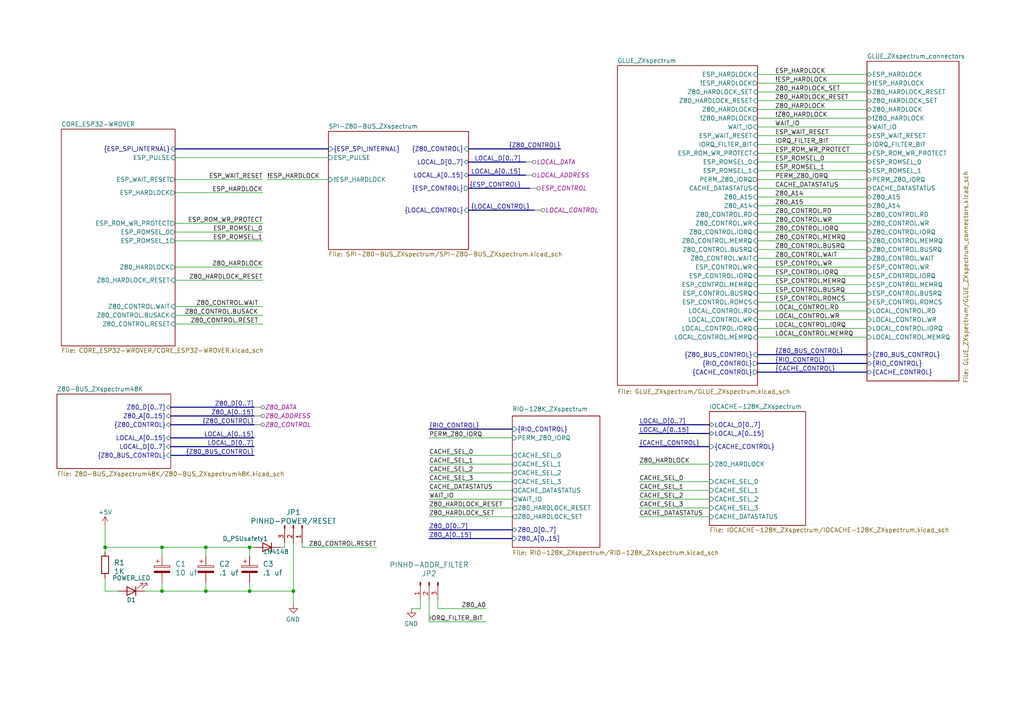
<source format=kicad_sch>
(kicad_sch (version 20230121) (generator eeschema)
  (paper "A4")
  (title_block (title "FujiNet Z80Bus reference design") (date "2023-05-13") (rev "0.1") (company "FujiNet"))
  (lib_symbols
    (symbol "Connector:Conn_01x03_Pin" (pin_names (offset 1.016) hide)
      (property "Reference" "J" (at 0 5.08 0))
      (property "Value" "Conn_01x03_Pin" (at 0 -5.08 0))
      (symbol "Conn_01x03_Pin_1_1"
        (polyline (pts (xy 1.27 -2.54) (xy 0.8636 -2.54)) (stroke (width 0.1524)))
        (polyline (pts (xy 1.27 0) (xy 0.8636 0)) (stroke (width 0.1524)))
        (polyline (pts (xy 1.27 2.54) (xy 0.8636 2.54)) (stroke (width 0.1524)))
        (rectangle (start 0.8636 -2.413) (end 0 -2.667) (stroke (width 0.1524)) (fill (type outline)))
        (rectangle (start 0.8636 0.127) (end 0 -0.127) (stroke (width 0.1524)) (fill (type outline)))
        (rectangle (start 0.8636 2.667) (end 0 2.413) (stroke (width 0.1524)) (fill (type outline)))
        (pin passive line (at 5.08 2.54 180) (length 3.81) (name "Pin_1") (number "1"))
        (pin passive line (at 5.08 0 180) (length 3.81) (name "Pin_2") (number "2"))
        (pin passive line (at 5.08 -2.54 180) (length 3.81) (name "Pin_3") (number "3"))
      )
    )
    (symbol "Device:C_Polarized" (pin_numbers hide) (pin_names (offset 0.254))
      (property "Reference" "C" (at 0.635 2.54 0))
      (property "Value" "C_Polarized" (at 0.635 -2.54 0))
      (symbol "C_Polarized_0_1"
        (rectangle (start -2.286 0.508) (end 2.286 1.016))
        (polyline (pts (xy -1.778 2.286) (xy -0.762 2.286)))
        (polyline (pts (xy -1.27 2.794) (xy -1.27 1.778)))
        (rectangle (start 2.286 -0.508) (end -2.286 -1.016) (fill (type outline)))
      )
      (symbol "C_Polarized_1_1"
        (pin passive line (at 0 3.81 270) (length 2.794) (name "~") (number "1"))
        (pin passive line (at 0 -3.81 90) (length 2.794) (name "~") (number "2"))
      )
    )
    (symbol "Device:D" (pin_numbers hide) (pin_names (offset 1.016) hide)
      (property "Reference" "D" (at 0 2.54 0))
      (property "Value" "D" (at 0 -2.54 0))
      (symbol "D_0_1"
        (polyline (pts (xy -1.27 1.27) (xy -1.27 -1.27)) (stroke (width 0.254)))
        (polyline (pts (xy 1.27 0) (xy -1.27 0)))
        (polyline (pts (xy 1.27 1.27) (xy 1.27 -1.27) (xy -1.27 0) (xy 1.27 1.27)) (stroke (width 0.254)))
      )
      (symbol "D_1_1"
        (pin passive line (at -3.81 0 0) (length 2.54) (name "K") (number "1"))
        (pin passive line (at 3.81 0 180) (length 2.54) (name "A") (number "2"))
      )
    )
    (symbol "Device:LED" (pin_numbers hide) (pin_names (offset 1.016) hide)
      (property "Reference" "D" (at 0 2.54 0))
      (property "Value" "LED" (at 0 -2.54 0))
      (symbol "LED_0_1"
        (polyline (pts (xy -1.27 -1.27) (xy -1.27 1.27)) (stroke (width 0.254)))
        (polyline (pts (xy -1.27 0) (xy 1.27 0)))
        (polyline (pts (xy 1.27 -1.27) (xy 1.27 1.27) (xy -1.27 0) (xy 1.27 -1.27)) (stroke (width 0.254)))
        (polyline (pts (xy -3.048 -0.762) (xy -4.572 -2.286) (xy -3.81 -2.286) (xy -4.572 -2.286) (xy -4.572 -1.524)))
        (polyline (pts (xy -1.778 -0.762) (xy -3.302 -2.286) (xy -2.54 -2.286) (xy -3.302 -2.286) (xy -3.302 -1.524)))
      )
      (symbol "LED_1_1"
        (pin passive line (at -3.81 0 0) (length 2.54) (name "K") (number "1"))
        (pin passive line (at 3.81 0 180) (length 2.54) (name "A") (number "2"))
      )
    )
    (symbol "Device:R" (pin_numbers hide) (pin_names (offset 0))
      (property "Reference" "R" (at 2.032 0 90))
      (property "Value" "R" (at 0 0 90))
      (symbol "R_0_1"
        (rectangle (start -1.016 -2.54) (end 1.016 2.54) (stroke (width 0.254)))
      )
      (symbol "R_1_1"
        (pin passive line (at 0 3.81 270) (length 1.27) (name "~") (number "1"))
        (pin passive line (at 0 -3.81 90) (length 1.27) (name "~") (number "2"))
      )
    )
    (symbol "power:+5V" (power) (pin_names (offset 0))
      (property "Value" "+5V" (at 0 3.556 0))
      (symbol "+5V_0_1"
        (polyline (pts (xy -0.762 1.27) (xy 0 2.54)))
        (polyline (pts (xy 0 0) (xy 0 2.54)))
        (polyline (pts (xy 0 2.54) (xy 0.762 1.27)))
      )
      (symbol "+5V_1_1"
        (pin power_in line (at 0 0 90) (length 0) hide (name "+5V") (number "1"))
      )
    )
    (symbol "power:GND" (power) (pin_names (offset 0))
      (property "Value" "GND" (at 0 -3.81 0))
      (symbol "GND_0_1"
        (polyline (pts (xy 0 0) (xy 0 -1.27) (xy 1.27 -1.27) (xy 0 -2.54) (xy -1.27 -1.27) (xy 0 -1.27)))
      )
      (symbol "GND_1_1"
        (pin power_in line (at 0 0 270) (length 0) hide (name "GND") (number "1"))
      )
    )
  )
  (bus_alias "Z80_CONTROL" (members "Z80_CONTROL.RD" "Z80_CONTROL.WR" "Z80_CONTROL.IORQ" "Z80_CONTROL.MEMRQ" "Z80_CONTROL.BUSRQ" "Z80_CONTROL.WAIT" "Z80_CONTROL.ROMCS" "Z80_CONTROL.BUSACK" "Z80_CONTROL.NMI" "Z80_CONTROL.RESET"))
  (junction (at 59.69 171.45))
  (junction (at 72.39 158.75))
  (junction (at 59.69 158.75))
  (junction (at 46.99 171.45))
  (junction (at 72.39 171.45))
  (junction (at 30.48 158.75))
  (junction (at 85.09 171.45))
  (junction (at 46.99 158.75))
  (wire (pts (xy 219.71 54.61) (xy 251.46 54.61)))
  (wire (pts (xy 50.8 91.44) (xy 76.2 91.44)))
  (bus (pts (xy 124.46 124.46) (xy 148.59 124.46)))
  (wire (pts (xy 219.71 41.91) (xy 251.46 41.91)))
  (wire (pts (xy 50.8 52.07) (xy 76.2 52.07)))
  (wire (pts (xy 219.71 69.85) (xy 251.46 69.85)))
  (wire (pts (xy 72.39 158.75) (xy 73.66 158.75)))
  (wire (pts (xy 59.69 168.91) (xy 59.69 171.45)))
  (wire (pts (xy 219.71 49.53) (xy 251.46 49.53)))
  (wire (pts (xy 219.71 36.83) (xy 251.46 36.83)))
  (wire (pts (xy 185.42 139.7) (xy 205.74 139.7)))
  (wire (pts (xy 219.71 52.07) (xy 251.46 52.07)))
  (wire (pts (xy 121.92 176.53) (xy 121.92 173.99)))
  (wire (pts (xy 219.71 64.77) (xy 251.46 64.77)))
  (wire (pts (xy 219.71 44.45) (xy 251.46 44.45)))
  (wire (pts (xy 219.71 39.37) (xy 251.46 39.37)))
  (wire (pts (xy 185.42 134.62) (xy 205.74 134.62)))
  (wire (pts (xy 124.46 180.34) (xy 124.46 173.99)))
  (wire (pts (xy 72.39 161.29) (xy 72.39 158.75)))
  (wire (pts (xy 219.71 77.47) (xy 251.46 77.47)))
  (wire (pts (xy 50.8 69.85) (xy 76.2 69.85)))
  (wire (pts (xy 219.71 62.23) (xy 251.46 62.23)))
  (wire (pts (xy 46.99 161.29) (xy 46.99 158.75)))
  (bus (pts (xy 185.42 123.19) (xy 205.74 123.19)))
  (wire (pts (xy 219.71 95.25) (xy 251.46 95.25)))
  (wire (pts (xy 50.8 64.77) (xy 76.2 64.77)))
  (wire (pts (xy 219.71 31.75) (xy 251.46 31.75)))
  (wire (pts (xy 46.99 158.75) (xy 59.69 158.75)))
  (wire (pts (xy 46.99 171.45) (xy 59.69 171.45)))
  (wire (pts (xy 85.09 171.45) (xy 85.09 175.26)))
  (wire (pts (xy 46.99 168.91) (xy 46.99 171.45)))
  (wire (pts (xy 185.42 149.86) (xy 205.74 149.86)))
  (wire (pts (xy 87.63 157.48) (xy 87.63 158.75)))
  (bus (pts (xy 219.71 107.95) (xy 251.46 107.95)))
  (wire (pts (xy 124.46 180.34) (xy 140.97 180.34)))
  (wire (pts (xy 124.46 137.16) (xy 148.59 137.16)))
  (bus (pts (xy 135.89 46.99) (xy 152.4 46.99)))
  (wire (pts (xy 124.46 147.32) (xy 148.59 147.32)))
  (wire (pts (xy 219.71 85.09) (xy 251.46 85.09)))
  (bus (pts (xy 49.53 118.11) (xy 73.66 118.11)))
  (wire (pts (xy 219.71 74.93) (xy 251.46 74.93)))
  (wire (pts (xy 124.46 149.86) (xy 148.59 149.86)))
  (wire (pts (xy 127 176.53) (xy 140.97 176.53)))
  (wire (pts (xy 30.48 152.4) (xy 30.48 158.75)))
  (wire (pts (xy 219.71 82.55) (xy 251.46 82.55)))
  (bus (pts (xy 49.53 120.65) (xy 73.66 120.65)))
  (wire (pts (xy 50.8 67.31) (xy 76.2 67.31)))
  (wire (pts (xy 30.48 171.45) (xy 34.29 171.45)))
  (wire (pts (xy 219.71 21.59) (xy 251.46 21.59)))
  (bus (pts (xy 185.42 129.54) (xy 205.74 129.54)))
  (wire (pts (xy 82.55 157.48) (xy 82.55 158.75)))
  (bus (pts (xy 49.53 129.54) (xy 73.66 129.54)))
  (wire (pts (xy 127 176.53) (xy 127 173.99)))
  (wire (pts (xy 185.42 142.24) (xy 205.74 142.24)))
  (wire (pts (xy 185.42 147.32) (xy 205.74 147.32)))
  (wire (pts (xy 50.8 45.72) (xy 95.25 45.72)))
  (wire (pts (xy 95.25 52.07) (xy 77.47 52.07)))
  (wire (pts (xy 59.69 161.29) (xy 59.69 158.75)))
  (wire (pts (xy 72.39 168.91) (xy 72.39 171.45)))
  (wire (pts (xy 30.48 158.75) (xy 46.99 158.75)))
  (bus (pts (xy 185.42 125.73) (xy 205.74 125.73)))
  (wire (pts (xy 185.42 144.78) (xy 205.74 144.78)))
  (bus (pts (xy 135.89 50.8) (xy 152.4 50.8)))
  (wire (pts (xy 219.71 92.71) (xy 251.46 92.71)))
  (bus (pts (xy 49.53 132.08) (xy 73.66 132.08)))
  (bus (pts (xy 124.46 156.21) (xy 148.59 156.21)))
  (wire (pts (xy 81.28 158.75) (xy 82.55 158.75)))
  (wire (pts (xy 219.71 87.63) (xy 251.46 87.63)))
  (wire (pts (xy 219.71 46.99) (xy 251.46 46.99)))
  (wire (pts (xy 124.46 134.62) (xy 148.59 134.62)))
  (bus (pts (xy 124.46 153.67) (xy 148.59 153.67)))
  (wire (pts (xy 59.69 158.75) (xy 72.39 158.75)))
  (bus (pts (xy 135.89 43.18) (xy 162.56 43.18)))
  (wire (pts (xy 219.71 24.13) (xy 251.46 24.13)))
  (bus (pts (xy 49.53 127) (xy 73.66 127)))
  (wire (pts (xy 219.71 34.29) (xy 251.46 34.29)))
  (wire (pts (xy 219.71 80.01) (xy 251.46 80.01)))
  (bus (pts (xy 50.8 43.18) (xy 95.25 43.18)))
  (wire (pts (xy 119.38 176.53) (xy 121.92 176.53)))
  (wire (pts (xy 219.71 90.17) (xy 251.46 90.17)))
  (wire (pts (xy 30.48 167.64) (xy 30.48 171.45)))
  (wire (pts (xy 219.71 57.15) (xy 251.46 57.15)))
  (wire (pts (xy 30.48 158.75) (xy 30.48 160.02)))
  (wire (pts (xy 124.46 132.08) (xy 148.59 132.08)))
  (bus (pts (xy 135.89 60.96) (xy 154.94 60.96)))
  (wire (pts (xy 219.71 29.21) (xy 251.46 29.21)))
  (wire (pts (xy 124.46 142.24) (xy 148.59 142.24)))
  (wire (pts (xy 50.8 55.88) (xy 76.2 55.88)))
  (bus (pts (xy 219.71 105.41) (xy 251.46 105.41)))
  (wire (pts (xy 219.71 59.69) (xy 251.46 59.69)))
  (wire (pts (xy 59.69 171.45) (xy 72.39 171.45)))
  (wire (pts (xy 72.39 171.45) (xy 85.09 171.45)))
  (bus (pts (xy 219.71 102.87) (xy 251.46 102.87)))
  (wire (pts (xy 50.8 81.28) (xy 76.2 81.28)))
  (wire (pts (xy 41.91 171.45) (xy 46.99 171.45)))
  (wire (pts (xy 124.46 144.78) (xy 148.59 144.78)))
  (wire (pts (xy 50.8 93.98) (xy 76.2 93.98)))
  (wire (pts (xy 124.46 127) (xy 148.59 127)))
  (wire (pts (xy 124.46 139.7) (xy 148.59 139.7)))
  (wire (pts (xy 76.2 77.47) (xy 50.8 77.47)))
  (bus (pts (xy 135.89 54.61) (xy 153.67 54.61)))
  (bus (pts (xy 49.53 123.19) (xy 73.66 123.19)))
  (wire (pts (xy 219.71 97.79) (xy 251.46 97.79)))
  (wire (pts (xy 219.71 26.67) (xy 251.46 26.67)))
  (wire (pts (xy 50.8 88.9) (xy 76.2 88.9)))
  (wire (pts (xy 85.09 157.48) (xy 85.09 171.45)))
  (wire (pts (xy 219.71 67.31) (xy 251.46 67.31)))
  (wire (pts (xy 109.22 158.75) (xy 87.63 158.75)))
  (wire (pts (xy 219.71 72.39) (xy 251.46 72.39)))
  (label "!Z80_HARDLOCK" (at 224.79 34.29 0))
  (label "ESP_CONTROL.IORQ" (at 224.79 80.01 0))
  (label "CACHE_SEL_0" (at 124.46 132.08 0))
  (label "Z80_HARDLOCK_RESET" (at 124.46 147.32 0))
  (label "Z80_CONTROL.WAIT" (at 74.93 88.9 180))
  (label "ESP_WAIT_RESET" (at 76.2 52.07 180))
  (label "{Z80_BUS_CONTROL}" (at 73.66 132.08 180))
  (label "ESP_WAIT_RESET" (at 224.79 39.37 0))
  (label "Z80_HARDLOCK_SET" (at 124.46 149.86 0))
  (label "LOCAL_CONTROL.RD" (at 224.79 90.17 0))
  (label "Z80_HARDLOCK" (at 224.79 31.75 0))
  (label "CACHE_DATASTATUS" (at 185.42 149.86 0))
  (label "Z80_HARDLOCK_RESET" (at 224.79 29.21 0))
  (label "Z80_D[0..7]" (at 124.46 153.67 0))
  (label "LOCAL_D[0..7]" (at 185.42 123.19 0))
  (label "ESP_CONTROL.BUSRQ" (at 224.79 85.09 0))
  (label "ESP_ROMSEL_1" (at 76.2 69.85 180))
  (label "Z80_CONTROL.RESET" (at 74.93 93.98 180))
  (label "ESP_ROM_WR_PROTECT" (at 224.79 44.45 0))
  (label "ESP_HARDLOCK" (at 76.2 55.88 180))
  (label "LOCAL_D[0..7]" (at 151.13 46.99 180))
  (label "Z80_CONTROL.RD" (at 224.79 62.23 0))
  (label "IORQ_FILTER_BIT" (at 124.46 180.34 0))
  (label "CACHE_SEL_3" (at 124.46 139.7 0))
  (label "CACHE_SEL_0" (at 185.42 139.7 0))
  (label "PERM_Z80_IORQ" (at 124.46 127 0))
  (label "ESP_HARDLOCK" (at 224.79 21.59 0))
  (label "IORQ_FILTER_BIT" (at 224.79 41.91 0))
  (label "Z80_A14" (at 224.79 57.15 0))
  (label "CACHE_SEL_1" (at 124.46 134.62 0))
  (label "{CACHE_CONTROL}" (at 185.42 129.54 0))
  (label "CACHE_SEL_1" (at 185.42 142.24 0))
  (label "!ESP_HARDLOCK" (at 77.47 52.07 0))
  (label "LOCAL_A[0..15]" (at 73.66 127 180))
  (label "CACHE_DATASTATUS" (at 224.79 54.61 0))
  (label "Z80_A0" (at 140.97 176.53 180))
  (label "{Z80_CONTROL}" (at 73.66 123.19 180))
  (label "Z80_CONTROL.RESET" (at 109.22 158.75 180))
  (label "Z80_CONTROL.IORQ" (at 224.79 67.31 0))
  (label "Z80_CONTROL.MEMRQ" (at 224.79 69.85 0))
  (label "{ESP_CONTROL}" (at 151.13 54.61 180))
  (label "CACHE_DATASTATUS" (at 124.46 142.24 0))
  (label "Z80_CONTROL.BUSACK" (at 74.93 91.44 180))
  (label "ESP_CONTROL.WR" (at 224.79 77.47 0))
  (label "CACHE_SEL_2" (at 185.42 144.78 0))
  (label "Z80_A[0..15]" (at 124.46 156.21 0))
  (label "Z80_CONTROL.WAIT" (at 224.79 74.93 0))
  (label "Z80_CONTROL.WR" (at 224.79 64.77 0))
  (label "ESP_CONTROL.MEMRQ" (at 224.79 82.55 0))
  (label "Z80_HARDLOCK_SET" (at 224.79 26.67 0))
  (label "{RIO_CONTROL}" (at 224.79 105.41 0))
  (label "Z80_A15" (at 224.79 59.69 0))
  (label "Z80_D[0..7]" (at 73.66 118.11 180))
  (label "Z80_HARDLOCK" (at 76.2 77.47 180))
  (label "LOCAL_A[0..15]" (at 151.13 50.8 180))
  (label "{LOCAL_CONTROL}" (at 153.67 60.96 180))
  (label "ESP_ROMSEL_1" (at 224.79 49.53 0))
  (label "ESP_CONTROL.ROMCS" (at 224.79 87.63 0))
  (label "{Z80_BUS_CONTROL}" (at 224.79 102.87 0))
  (label "WAIT_IO" (at 124.46 144.78 0))
  (label "WAIT_IO" (at 224.79 36.83 0))
  (label "{CACHE_CONTROL}" (at 224.79 107.95 0))
  (label "ESP_ROMSEL_0" (at 224.79 46.99 0))
  (label "CACHE_SEL_2" (at 124.46 137.16 0))
  (label "Z80_HARDLOCK" (at 185.42 134.62 0))
  (label "!ESP_HARDLOCK" (at 224.79 24.13 0))
  (label "LOCAL_CONTROL.MEMRQ" (at 224.79 97.79 0))
  (label "Z80_CONTROL.BUSRQ" (at 224.79 72.39 0))
  (label "LOCAL_CONTROL.WR" (at 224.79 92.71 0))
  (label "{Z80_CONTROL}" (at 162.56 43.18 180))
  (label "CACHE_SEL_3" (at 185.42 147.32 0))
  (label "LOCAL_A[0..15]" (at 185.42 125.73 0))
  (label "{RIO_CONTROL}" (at 124.46 124.46 0))
  (label "Z80_HARDLOCK_RESET" (at 76.2 81.28 180))
  (label "PERM_Z80_IORQ" (at 224.79 52.07 0))
  (label "ESP_ROMSEL_0" (at 76.2 67.31 180))
  (label "Z80_A[0..15]" (at 73.66 120.65 180))
  (label "ESP_ROM_WR_PROTECT" (at 76.2 64.77 180))
  (label "LOCAL_CONTROL.IORQ" (at 224.79 95.25 0))
  (label "LOCAL_D[0..7]" (at 73.66 129.54 180))
  (netclass_flag "" (length 2.54) (shape round) (at 73.66 123.19 270) (property "Netclass" "Z80_CONTROL" (at 76.835 123.19 0) (effects (font italic) (justify left))))
  (netclass_flag "" (length 2.54) (shape round) (at 73.66 120.65 270) (property "Netclass" "Z80_ADDRESS" (at 76.835 120.65 0) (effects (font italic) (justify left))))
  (netclass_flag "" (length 2.54) (shape round) (at 152.4 46.99 270) (property "Netclass" "LOCAL_DATA" (at 155.575 46.99 0) (effects (font italic) (justify left))))
  (netclass_flag "" (length 2.54) (shape round) (at 154.94 60.96 270) (property "Netclass" "LOCAL_CONTROL" (at 158.115 60.96 0) (effects (font italic) (justify left))))
  (netclass_flag "" (length 2.54) (shape round) (at 152.4 50.8 270) (property "Netclass" "LOCAL_ADDRESS" (at 155.575 50.8 0) (effects (font italic) (justify left))))
  (netclass_flag "" (length 2.54) (shape round) (at 73.66 118.11 270) (property "Netclass" "Z80_DATA" (at 76.835 118.11 0) (effects (font italic) (justify left))))
  (netclass_flag "" (length 2.54) (shape round) (at 153.67 54.61 270) (property "Netclass" "ESP_CONTROL" (at 156.845 54.61 0) (effects (font italic) (justify left))))
  (symbol (lib_id "Device:C_Polarized") (at 46.99 165.1 0) (unit 1)
    (property "Reference" "C1" (at 50.8 163.576 0) (effects (font (size 1.4986 1.4986)) (justify left)))
    (property "Value" "10 uf" (at 50.8 166.116 0) (effects (font (size 1.4986 1.4986)) (justify left)))
    (property "Footprint" "Capacitor_THT:CP_Radial_D8.0mm_P5.00mm" (effects hide))
  )
  (symbol (lib_id "Connector:Conn_01x03_Pin") (at 85.09 152.4 270) (unit 1)
    (property "Reference" "JP1" (at 85.09 148.59 90) (effects (font (size 1.4986 1.4986))))
    (property "Value" "PINHD-POWER/RESET" (at 85.09 151.13 90) (effects (font (size 1.4986 1.4986))))
    (property "Footprint" "Connector_PinSocket_2.54mm:PinSocket_1x03_P2.54mm_Vertical" (effects hide))
  )
  (symbol (lib_id "Connector:Conn_01x03_Pin") (at 124.46 168.91 90) (mirror x) (unit 1)
    (property "Reference" "JP2" (at 124.46 166.37 90) (effects (font (size 1.4986 1.4986))))
    (property "Value" "PINHD-ADDR_FILTER" (at 124.46 163.83 90) (effects (font (size 1.4986 1.4986))))
    (property "Footprint" "Connector_PinSocket_2.54mm:PinSocket_1x03_P2.54mm_Vertical" (effects hide))
  )
  (symbol (lib_id "power:GND") (at 119.38 176.53 0) (mirror y) (unit 1)
    (property "Reference" "#PWR03" (effects hide))
    (property "Value" "GND" (at 119.253 180.9242 0))
  )
  (symbol (lib_id "Device:C_Polarized") (at 59.69 165.1 0) (unit 1)
    (property "Reference" "C2" (at 63.5 163.576 0) (effects (font (size 1.4986 1.4986)) (justify left)))
    (property "Value" ".1 uf" (at 63.5 166.116 0) (effects (font (size 1.4986 1.4986)) (justify left)))
    (property "Footprint" "Capacitor_THT:CP_Radial_D8.0mm_P5.00mm" (effects hide))
  )
  (symbol (lib_id "Device:C_Polarized") (at 72.39 165.1 0) (unit 1)
    (property "Reference" "C3" (at 76.2 163.576 0) (effects (font (size 1.4986 1.4986)) (justify left)))
    (property "Value" ".1 uf" (at 76.2 166.116 0) (effects (font (size 1.4986 1.4986)) (justify left)))
    (property "Footprint" "Capacitor_THT:CP_Radial_D8.0mm_P5.00mm" (effects hide))
  )
  (symbol (lib_id "power:+5V") (at 30.48 152.4 0) (mirror y) (unit 1)
    (property "Reference" "#PWR01" (effects hide))
    (property "Value" "+5V" (at 30.48 148.59 0))
  )
  (symbol (lib_id "Device:R") (at 30.48 163.83 0) (mirror y) (unit 1)
    (property "Reference" "R1" (at 33.02 163.195 0) (effects (font (size 1.4986 1.4986)) (justify right)))
    (property "Value" "1K" (at 33.02 165.735 0) (effects (font (size 1.4986 1.4986)) (justify right)))
    (property "Footprint" "Resistor_THT:R_Axial_DIN0207_L6.3mm_D2.5mm_P10.16mm_Horizontal" (effects hide))
  )
  (symbol (lib_id "Device:D") (at 77.47 158.75 180) (unit 1)
    (property "Reference" "D_PSUsafety1" (at 71.12 156.21 0))
    (property "Value" "1N4148" (at 80.01 160.02 0))
    (property "Footprint" "Diode_THT:D_T-1_P5.08mm_Horizontal" (effects hide))
    (property "Sim.Device" "D" (effects hide))
    (property "Sim.Pins" "1=K 2=A" (effects hide))
  )
  (symbol (lib_id "Device:LED") (at 38.1 171.45 180) (unit 1)
    (property "Reference" "D1" (at 38.1 173.99 0))
    (property "Value" "POWER_LED" (at 38.1 167.64 0))
    (property "Footprint" "LED_THT:LED_D5.0mm" (effects hide))
  )
  (symbol (lib_id "power:GND") (at 85.09 175.26 0) (mirror y) (unit 1)
    (property "Reference" "#PWR02" (effects hide))
    (property "Value" "GND" (at 84.963 179.6542 0))
  )
  (sheet (at 17.78 37.465) (size 33.02 62.865)
    (property "Sheetname" "CORE_ESP32-WROVER" (at 17.78 36.7534 0) (effects (justify left bottom)))
    (property "Sheetfile" "CORE_ESP32-WROVER/CORE_ESP32-WROVER.kicad_sch" (at 17.78 100.9146 0) (effects (justify left top)))
    (pin "Z80_HARDLOCK" output (at 50.8 77.47 0))
    (pin "ESP_ROMSEL_0" output (at 50.8 67.31 0))
    (pin "ESP_ROMSEL_1" output (at 50.8 69.85 0))
    (pin "ESP_ROM_WR_PROTECT" output (at 50.8 64.77 0))
    (pin "ESP_HARDLOCK" output (at 50.8 55.88 0))
    (pin "ESP_WAIT_RESET" output (at 50.8 52.07 0))
    (pin "Z80_HARDLOCK_RESET" input (at 50.8 81.28 0))
    (pin "{ESP_SPI_INTERNAL}" input (at 50.8 43.18 0))
    (pin "ESP_PULSE" input (at 50.8 45.72 0))
    (pin "Z80_CONTROL.WAIT" input (at 50.8 88.9 0))
    (pin "Z80_CONTROL.BUSACK" input (at 50.8 91.44 0))
    (pin "Z80_CONTROL.RESET" input (at 50.8 93.98 0))
  )
  (sheet (at 148.59 120.65) (size 25.4 38.1)
    (property "Sheetname" "RIO-128K_ZXspectrum" (at 148.59 119.38 0) (effects (justify left bottom)))
    (property "Sheetfile" "RIO-128K_ZXspectrum/RIO-128K_ZXspectrum.kicad_sch" (at 148.59 159.5886 0) (effects (justify left top)))
    (pin "Z80_D[0..7]" bidirectional (at 148.59 153.67 180))
    (pin "Z80_A[0..15]" input (at 148.59 156.21 180))
    (pin "PERM_Z80_IORQ" input (at 148.59 127 180))
    (pin "CACHE_SEL_0" output (at 148.59 132.08 180))
    (pin "CACHE_SEL_1" output (at 148.59 134.62 180))
    (pin "CACHE_SEL_2" output (at 148.59 137.16 180))
    (pin "CACHE_SEL_3" output (at 148.59 139.7 180))
    (pin "CACHE_DATASTATUS" output (at 148.59 142.24 180))
    (pin "WAIT_IO" output (at 148.59 144.78 180))
    (pin "Z80_HARDLOCK_RESET" output (at 148.59 147.32 180))
    (pin "Z80_HARDLOCK_SET" output (at 148.59 149.86 180))
    (pin "{RIO_CONTROL}" input (at 148.59 124.46 180))
  )
  (sheet (at 16.51 114.3) (size 33.02 21.59)
    (property "Sheetname" "Z80-BUS_ZXspectrum48K" (at 16.51 113.5884 0) (effects (justify left bottom)))
    (property "Sheetfile" "Z80-BUS_ZXspectrum48K/Z80-BUS_ZXspectrum48K.kicad_sch" (at 16.51 136.7286 0) (effects (justify left top)))
    (pin "Z80_D[0..7]" bidirectional (at 49.53 118.11 0))
    (pin "LOCAL_D[0..7]" bidirectional (at 49.53 129.54 0))
    (pin "Z80_A[0..15]" bidirectional (at 49.53 120.65 0))
    (pin "LOCAL_A[0..15]" bidirectional (at 49.53 127 0))
    (pin "{Z80_CONTROL}" bidirectional (at 49.53 123.19 0))
    (pin "{Z80_BUS_CONTROL}" input (at 49.53 132.08 0))
  )
  (sheet (at 205.74 119.38) (size 27.94 33.02)
    (property "Sheetname" "IOCACHE-128K_ZXspectrum" (at 205.74 118.6684 0) (effects (justify left bottom)))
    (property "Sheetfile" "IOCACHE-128K_ZXspectrum/IOCACHE-128K_ZXspectrum.kicad_sch" (at 205.74 152.9846 0) (effects (justify left top)))
    (pin "LOCAL_A[0..15]" bidirectional (at 205.74 125.73 180))
    (pin "LOCAL_D[0..7]" bidirectional (at 205.74 123.19 180))
    (pin "Z80_HARDLOCK" input (at 205.74 134.62 180))
    (pin "CACHE_DATASTATUS" input (at 205.74 149.86 180))
    (pin "CACHE_SEL_0" input (at 205.74 139.7 180))
    (pin "CACHE_SEL_1" input (at 205.74 142.24 180))
    (pin "CACHE_SEL_2" input (at 205.74 144.78 180))
    (pin "CACHE_SEL_3" input (at 205.74 147.32 180))
    (pin "{CACHE_CONTROL}" input (at 205.74 129.54 180))
  )
  (sheet (at 251.46 17.78) (size 26.67 92.71) (stroke (width 0.1524))
    (property "Sheetname" "GLUE_ZXspectrum_connectors" (at 251.46 17.0684 0) (effects (justify left bottom)))
    (property "Sheetfile" "GLUE_ZXspectrum/GLUE_ZXspectrum_connectors.kicad_sch" (at 279.4 111.125 90) (effects (justify left top)))
    (pin "PERM_Z80_IORQ" bidirectional (at 251.46 52.07 180))
    (pin "CACHE_DATASTATUS" bidirectional (at 251.46 54.61 180))
    (pin "ESP_WAIT_RESET" bidirectional (at 251.46 39.37 180))
    (pin "Z80_HARDLOCK_RESET" bidirectional (at 251.46 26.67 180))
    (pin "Z80_HARDLOCK_SET" bidirectional (at 251.46 29.21 180))
    (pin "WAIT_IO" bidirectional (at 251.46 36.83 180))
    (pin "ESP_ROM_WR_PROTECT" bidirectional (at 251.46 44.45 180))
    (pin "!ESP_HARDLOCK" bidirectional (at 251.46 24.13 180))
    (pin "ESP_ROMSEL_1" bidirectional (at 251.46 49.53 180))
    (pin "ESP_HARDLOCK" bidirectional (at 251.46 21.59 180))
    (pin "ESP_ROMSEL_0" bidirectional (at 251.46 46.99 180))
    (pin "!Z80_HARDLOCK" bidirectional (at 251.46 34.29 180))
    (pin "Z80_HARDLOCK" bidirectional (at 251.46 31.75 180))
    (pin "Z80_A15" bidirectional (at 251.46 57.15 180))
    (pin "Z80_A14" bidirectional (at 251.46 59.69 180))
    (pin "IORQ_FILTER_BIT" bidirectional (at 251.46 41.91 180))
    (pin "{Z80_BUS_CONTROL}" bidirectional (at 251.46 102.87 180))
    (pin "{RIO_CONTROL}" bidirectional (at 251.46 105.41 180))
    (pin "{CACHE_CONTROL}" bidirectional (at 251.46 107.95 180))
    (pin "ESP_CONTROL.ROMCS" input (at 251.46 87.63 180))
    (pin "ESP_CONTROL.MEMRQ" input (at 251.46 82.55 180))
    (pin "Z80_CONTROL.BUSRQ" input (at 251.46 72.39 180))
    (pin "Z80_CONTROL.RD" input (at 251.46 62.23 180))
    (pin "ESP_CONTROL.WR" input (at 251.46 77.47 180))
    (pin "ESP_CONTROL.IORQ" input (at 251.46 80.01 180))
    (pin "ESP_CONTROL.BUSRQ" input (at 251.46 85.09 180))
    (pin "Z80_CONTROL.WR" input (at 251.46 64.77 180))
    (pin "Z80_CONTROL.MEMRQ" input (at 251.46 69.85 180))
    (pin "LOCAL_CONTROL.IORQ" input (at 251.46 95.25 180))
    (pin "LOCAL_CONTROL.WR" input (at 251.46 92.71 180))
    (pin "LOCAL_CONTROL.RD" input (at 251.46 90.17 180))
    (pin "LOCAL_CONTROL.MEMRQ" input (at 251.46 97.79 180))
    (pin "Z80_CONTROL.WAIT" input (at 251.46 74.93 180))
    (pin "Z80_CONTROL.IORQ" input (at 251.46 67.31 180))
  )
  (sheet (at 179.07 19.05) (size 40.64 92.71) (stroke (width 0.1524))
    (property "Sheetname" "GLUE_ZXspectrum" (at 179.07 18.3384 0) (effects (justify left bottom)))
    (property "Sheetfile" "GLUE_ZXspectrum/GLUE_ZXspectrum.kicad_sch" (at 179.07 112.8526 0) (effects (justify left top)))
    (pin "ESP_ROMSEL_1" input (at 219.71 49.53 0))
    (pin "ESP_ROMSEL_0" input (at 219.71 46.99 0))
    (pin "{RIO_CONTROL}" output (at 219.71 105.41 0))
    (pin "PERM_Z80_IORQ" output (at 219.71 52.07 0))
    (pin "{Z80_BUS_CONTROL}" input (at 219.71 102.87 0))
    (pin "{CACHE_CONTROL}" output (at 219.71 107.95 0))
    (pin "CACHE_DATASTATUS" input (at 219.71 54.61 0))
    (pin "ESP_ROM_WR_PROTECT" input (at 219.71 44.45 0))
    (pin "ESP_HARDLOCK" input (at 219.71 21.59 0))
    (pin "Z80_HARDLOCK_SET" input (at 219.71 26.67 0))
    (pin "Z80_HARDLOCK_RESET" input (at 219.71 29.21 0))
    (pin "!ESP_HARDLOCK" output (at 219.71 24.13 0))
    (pin "Z80_HARDLOCK" output (at 219.71 31.75 0))
    (pin "!Z80_HARDLOCK" output (at 219.71 34.29 0))
    (pin "WAIT_IO" input (at 219.71 36.83 0))
    (pin "IORQ_FILTER_BIT" input (at 219.71 41.91 0))
    (pin "ESP_WAIT_RESET" input (at 219.71 39.37 0))
    (pin "Z80_A14" input (at 219.71 59.69 0))
    (pin "Z80_A15" input (at 219.71 57.15 0))
    (pin "LOCAL_CONTROL.RD" input (at 219.71 90.17 0))
    (pin "Z80_CONTROL.WR" input (at 219.71 64.77 0))
    (pin "Z80_CONTROL.RD" input (at 219.71 62.23 0))
    (pin "Z80_CONTROL.WAIT" input (at 219.71 74.93 0))
    (pin "ESP_CONTROL.ROMCS" input (at 219.71 87.63 0))
    (pin "Z80_CONTROL.MEMRQ" input (at 219.71 69.85 0))
    (pin "LOCAL_CONTROL.WR" input (at 219.71 92.71 0))
    (pin "LOCAL_CONTROL.IORQ" input (at 219.71 95.25 0))
    (pin "LOCAL_CONTROL.MEMRQ" input (at 219.71 97.79 0))
    (pin "Z80_CONTROL.BUSRQ" input (at 219.71 72.39 0))
    (pin "ESP_CONTROL.MEMRQ" input (at 219.71 82.55 0))
    (pin "ESP_CONTROL.WR" input (at 219.71 77.47 0))
    (pin "ESP_CONTROL.BUSRQ" input (at 219.71 85.09 0))
    (pin "ESP_CONTROL.IORQ" input (at 219.71 80.01 0))
    (pin "Z80_CONTROL.IORQ" input (at 219.71 67.31 0))
  )
  (sheet (at 95.25 38.1) (size 40.64 34.29)
    (property "Sheetname" "SPI-Z80-BUS_ZXspectrum" (at 95.25 37.3884 0) (effects (justify left bottom)))
    (property "Sheetfile" "SPI-Z80-BUS_ZXspectrum/SPI-Z80-BUS_ZXspectrum.kicad_sch" (at 95.25 72.9746 0) (effects (justify left top)))
    (pin "LOCAL_D[0..7]" bidirectional (at 135.89 46.99 0))
    (pin "{ESP_CONTROL}" output (at 135.89 54.61 0))
    (pin "LOCAL_A[0..15]" bidirectional (at 135.89 50.8 0))
    (pin "{Z80_CONTROL}" input (at 135.89 43.18 0))
    (pin "{ESP_SPI_INTERNAL}" input (at 95.25 43.18 180))
    (pin "{LOCAL_CONTROL}" input (at 135.89 60.96 0))
    (pin "!ESP_HARDLOCK" input (at 95.25 52.07 180))
    (pin "ESP_PULSE" input (at 95.25 45.72 180))
  )
)
</source>
